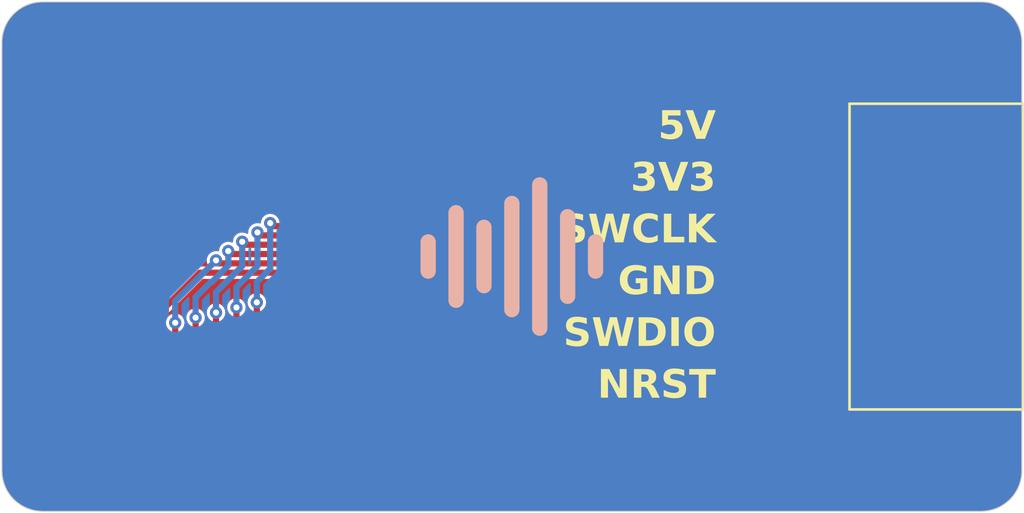
<source format=kicad_pcb>
(kicad_pcb (version 20240108) (generator "pcbnew") (generator_version "8.0")
  (layers (0 "F.Cu" signal) (31 "B.Cu" signal) (34 "B.Paste" user) (35 "F.Paste" user) (36 "B.SilkS" user "B.Silkscreen") (37 "F.SilkS" user "F.Silkscreen") (38 "B.Mask" user) (39 "F.Mask" user) (44 "Edge.Cuts" user))
  (net 0 "")
  (net 1 "NRST")
  (net 2 "5V")
  (net 3 "GND")
  (net 4 "3V3")
  (net 5 "SWDIO")
  (net 6 "SWCLK")
  (footprint "Connector:HFW6R-2STE1LF" (layer "F.Cu") (at 133.5011 114.5036)
    (property "Reference" "U$1" (hide yes))
    (property "Value" "HFW6R-2STE1LF" (hide yes))
    (pad "P$1" smd rect (at -2.5 -3.25) (size 0.6 2) (layers "F.Cu" "F.Paste" "F.Mask") (net 1 "NRST"))
    (pad "P$2" smd rect (at -1.5 -3.25) (size 0.6 2) (layers "F.Cu" "F.Paste" "F.Mask") (net 5 "SWDIO"))
    (pad "P$3" smd rect (at -0.5 -3.25) (size 0.6 2) (layers "F.Cu" "F.Paste" "F.Mask") (net 3 "GND"))
    (pad "P$4" smd rect (at 0.5 -3.25) (size 0.6 2) (layers "F.Cu" "F.Paste" "F.Mask") (net 6 "SWCLK"))
    (pad "P$5" smd rect (at 1.5 -3.25) (size 0.6 2) (layers "F.Cu" "F.Paste" "F.Mask") (net 4 "3V3"))
    (pad "P$6" smd rect (at 2.5 -3.25) (size 0.6 2) (layers "F.Cu" "F.Paste" "F.Mask") (net 2 "5V"))
    (pad "P$7" smd rect (at -3.5 -1.15) (size 0.7 4.2) (layers "F.Cu" "F.Paste" "F.Mask"))
    (pad "P$8" smd rect (at 3.5 -1.15) (size 0.7 4.2) (layers "F.Cu" "F.Paste" "F.Mask"))
  )
  (footprint "Connector:1X06-SMD-FEMALE-V2" (layer "F.Cu") (at 165.5011 105.0036 90)
    (property "Reference" "JP1" (hide yes))
    (property "Value" "M06SMD-FEMALE-V2" (hide yes))
    (fp_line (start 7.5 -0.45) (end -7.5 -0.45) (stroke (width 0.127)) (layer "F.SilkS"))
    (fp_line (start -7.5 -0.45) (end -7.5 8.05) (stroke (width 0.127)) (layer "F.SilkS"))
    (fp_line (start 7.5 8.05) (end 7.5 -0.45) (stroke (width 0.127)) (layer "F.SilkS"))
    (fp_line (start -7.5 8.05) (end 7.5 8.05) (stroke (width 0.127)) (layer "F.SilkS"))
    (pad "1" smd rect (at 6.35 -3.425 270) (size 1.25 3) (layers "F.Cu" "F.Paste" "F.Mask") (net 2 "5V"))
    (pad "2" smd rect (at 3.81 -3.425 270) (size 1.25 3) (layers "F.Cu" "F.Paste" "F.Mask") (net 4 "3V3"))
    (pad "3" smd rect (at 1.27 -3.425 270) (size 1.25 3) (layers "F.Cu" "F.Paste" "F.Mask") (net 6 "SWCLK"))
    (pad "4" smd rect (at -1.27 -3.425 270) (size 1.25 3) (layers "F.Cu" "F.Paste" "F.Mask") (net 3 "GND"))
    (pad "5" smd rect (at -3.81 -3.425 270) (size 1.25 3) (layers "F.Cu" "F.Paste" "F.Mask") (net 5 "SWDIO"))
    (pad "6" smd rect (at -6.35 -3.425 270) (size 1.25 3) (layers "F.Cu" "F.Paste" "F.Mask") (net 1 "NRST"))
  )
  (gr_line (start 145.76555 102.851507) (end 145.76555 107.148506) (stroke (width 0.75)) (layer "B.SilkS"))
  (gr_line (start 147.132778 103.567375) (end 147.132778 106.432043) (stroke (width 0.75)) (layer "B.SilkS"))
  (gr_line (start 148.5 102.395757) (end 148.5 107.604243) (stroke (width 0.75)) (layer "B.SilkS"))
  (gr_line (start 149.867228 101.484366) (end 149.867228 108.515825) (stroke (width 0.75)) (layer "B.SilkS"))
  (gr_line (start 151.234459 103.046816) (end 151.234459 106.953184) (stroke (width 0.75)) (layer "B.SilkS"))
  (gr_line (start 144.398319 104.283557) (end 144.398319 105.715893) (stroke (width 0.75)) (layer "B.SilkS"))
  (gr_line (start 152.601691 104.283557) (end 152.601691 105.715893) (stroke (width 0.75)) (layer "B.SilkS"))
  (gr_arc (start 123.5011 94.5036) (mid 124.086886 93.089386) (end 125.5011 92.5036) (stroke (width 0.05)) (layer "Edge.Cuts"))
  (gr_arc (start 173.5011 115.5036) (mid 172.915314 116.917814) (end 171.5011 117.5036) (stroke (width 0.05)) (layer "Edge.Cuts"))
  (gr_arc (start 171.5011 92.5036) (mid 172.915314 93.089386) (end 173.5011 94.5036) (stroke (width 0.05)) (layer "Edge.Cuts"))
  (gr_line (start 125.5011 117.5036) (end 171.5011 117.5036) (stroke (width 0.05)) (layer "Edge.Cuts"))
  (gr_line (start 171.5011 92.5036) (end 125.5011 92.5036) (stroke (width 0.05)) (layer "Edge.Cuts"))
  (gr_arc (start 125.5011 117.5036) (mid 124.086886 116.917814) (end 123.5011 115.5036) (stroke (width 0.05)) (layer "Edge.Cuts"))
  (gr_line (start 173.5011 115.5036) (end 173.5011 94.5036) (stroke (width 0.05)) (layer "Edge.Cuts"))
  (gr_line (start 123.5011 94.5036) (end 123.5011 115.5036) (stroke (width 0.05)) (layer "Edge.Cuts"))
  (gr_text "NRST" (at 158.5011 111.3536 0) (layer "F.SilkS") (effects (font (size 1.38 1.38) (thickness 0.12)) (justify right)))
  (gr_text "GND" (at 158.5011 106.2736 0) (layer "F.SilkS") (effects (font (size 1.38 1.38) (thickness 0.12)) (justify right)))
  (gr_text "SWCLK" (at 158.5011 103.7336 0) (layer "F.SilkS") (effects (font (size 1.38 1.38) (thickness 0.12)) (justify right)))
  (gr_text "3V3" (at 158.5011 101.1936 0) (layer "F.SilkS") (effects (font (size 1.38 1.38) (thickness 0.12)) (justify right)))
  (gr_text "SWDIO" (at 158.5011 108.8136 0) (layer "F.SilkS") (effects (font (size 1.38 1.38) (thickness 0.12)) (justify right)))
  (gr_text "5V" (at 158.5011 98.6536 0) (layer "F.SilkS") (effects (font (size 1.38 1.38) (thickness 0.12)) (justify right)))
  (segment (start 131.0011 107.9989) (end 131.0011 111.2536) (width 0.3048) (layer "F.Cu") (net 1))
  (segment (start 145.6411 105.7936) (end 133.2064 105.7936) (width 0.3048) (layer "F.Cu") (net 1))
  (segment (start 133.2064 105.7936) (end 131.0011 107.9989) (width 0.3048) (layer "F.Cu") (net 1))
  (segment (start 162.0761 111.3536) (end 151.2011 111.3536) (width 0.3048) (layer "F.Cu") (net 1))
  (segment (start 151.2011 111.3536) (end 145.6411 105.7936) (width 0.3048) (layer "F.Cu") (net 1))
  (segment (start 150.303244 98.6536) (end 145.449243 103.507601) (width 0.3048) (layer "F.Cu") (net 2))
  (segment (start 145.449243 103.507601) (end 136.802126 103.507601) (width 0.3048) (layer "F.Cu") (net 2))
  (segment (start 162.0761 98.6536) (end 150.303244 98.6536) (width 0.3048) (layer "F.Cu") (net 2))
  (segment (start 136.802126 103.507601) (end 136.654526 103.360001) (width 0.3048) (layer "F.Cu") (net 2))
  (segment (start 136 107.25) (end 136 108) (width 0.3048) (layer "F.Cu") (net 2))
  (segment (start 136 108) (end 136.0011 108.0011) (width 0.3048) (layer "F.Cu") (net 2))
  (segment (start 136.0011 108.0011) (end 136.0011 111.2536) (width 0.3048) (layer "F.Cu") (net 2))
  (via (at 136 107.25) (size 0.6) (drill 0.3) (layers "F.Cu" "B.Cu") (net 2))
  (via (at 136.654526 103.360001) (size 0.6) (drill 0.3) (layers "F.Cu" "B.Cu") (net 2))
  (segment (start 136 107.25) (end 136 106.25) (width 0.3048) (layer "B.Cu") (net 2))
  (segment (start 136.654526 105.595474) (end 136.654526 103.360001) (width 0.3048) (layer "B.Cu") (net 2))
  (segment (start 136 106.25) (end 136.654526 105.595474) (width 0.3048) (layer "B.Cu") (net 2))
  (segment (start 146.195331 105.054669) (end 146.019863 104.879201) (width 0.3048) (layer "F.Cu") (net 3))
  (segment (start 135.75 104.879201) (end 134.747425 104.879201) (width 0.3048) (layer "F.Cu") (net 3))
  (segment (start 134.747425 104.879201) (end 134.599825 104.731601) (width 0.3048) (layer "F.Cu") (net 3))
  (segment (start 147.414262 106.2736) (end 146.195331 105.054669) (width 0.3048) (layer "F.Cu") (net 3))
  (segment (start 162.0761 106.2736) (end 147.414262 106.2736) (width 0.3048) (layer "F.Cu") (net 3))
  (segment (start 133.0011 108.5011) (end 133.0011 111.2536) (width 0.3048) (layer "F.Cu") (net 3))
  (segment (start 133 108.5) (end 133.0011 108.5011) (width 0.3048) (layer "F.Cu") (net 3))
  (segment (start 146.019863 104.879201) (end 135.75 104.879201) (width 0.3048) (layer "F.Cu") (net 3))
  (segment (start 133 108) (end 133 108.5) (width 0.3048) (layer "F.Cu") (net 3))
  (via (at 133 108) (size 0.6) (drill 0.3) (layers "F.Cu" "B.Cu") (net 3))
  (via (at 134.599825 104.731601) (size 0.6) (drill 0.3) (layers "F.Cu" "B.Cu") (net 3))
  (segment (start 133.75 106.25) (end 133 107) (width 0.3048) (layer "B.Cu") (net 3))
  (segment (start 133.794117 106.25) (end 133.75 106.25) (width 0.3048) (layer "B.Cu") (net 3))
  (segment (start 133 107) (end 133 108) (width 0.3048) (layer "B.Cu") (net 3))
  (segment (start 134.599825 104.731601) (end 134.6048 104.736576) (width 0.3048) (layer "B.Cu") (net 3))
  (segment (start 134.6048 104.736576) (end 134.6048 105.439317) (width 0.3048) (layer "B.Cu") (net 3))
  (segment (start 134.6048 105.439317) (end 133.794117 106.25) (width 0.3048) (layer "B.Cu") (net 3))
  (segment (start 148.409822 101.1936) (end 145.638621 103.964801) (width 0.3048) (layer "F.Cu") (net 4))
  (segment (start 162.0761 101.1936) (end 148.409822 101.1936) (width 0.3048) (layer "F.Cu") (net 4))
  (segment (start 135.0211 111.2336) (end 135.0011 111.2536) (width 0.3048) (layer "F.Cu") (net 4))
  (segment (start 136.179088 103.964801) (end 136.031488 103.817201) (width 0.3048) (layer "F.Cu") (net 4))
  (segment (start 135 107.5) (end 135.0011 107.5011) (width 0.3048) (layer "F.Cu") (net 4))
  (segment (start 135.0011 107.5011) (end 135.0011 111.2536) (width 0.3048) (layer "F.Cu") (net 4))
  (segment (start 145.638621 103.964801) (end 136.179088 103.964801) (width 0.3048) (layer "F.Cu") (net 4))
  (via (at 136.031488 103.817201) (size 0.6) (drill 0.3) (layers "F.Cu" "B.Cu") (net 4))
  (via (at 135 107.5) (size 0.6) (drill 0.3) (layers "F.Cu" "B.Cu") (net 4))
  (segment (start 135 106.5) (end 135 107.5) (width 0.3048) (layer "B.Cu") (net 4))
  (segment (start 136.031488 105.468512) (end 135 106.5) (width 0.3048) (layer "B.Cu") (net 4))
  (segment (start 136.031488 103.817201) (end 136.031488 105.468512) (width 0.3048) (layer "B.Cu") (net 4))
  (segment (start 138.5 105.336401) (end 134.147601 105.336401) (width 0.3048) (layer "F.Cu") (net 5))
  (segment (start 145.830481 105.336401) (end 138.5 105.336401) (width 0.3048) (layer "F.Cu") (net 5))
  (segment (start 149.307681 108.8136) (end 146.24704 105.75296) (width 0.3048) (layer "F.Cu") (net 5))
  (segment (start 132 111.2525) (end 132.0011 111.2536) (width 0.3048) (layer "F.Cu") (net 5))
  (segment (start 132 108.25) (end 132 111.2525) (width 0.3048) (layer "F.Cu") (net 5))
  (segment (start 162.0761 108.8136) (end 149.307681 108.8136) (width 0.3048) (layer "F.Cu") (net 5))
  (segment (start 134.147601 105.336401) (end 134 105.1888) (width 0.3048) (layer "F.Cu") (net 5))
  (segment (start 146.24704 105.75296) (end 145.830481 105.3364) (width 0.3048) (layer "F.Cu") (net 5))
  (segment (start 146.24704 105.75296) (end 145.830481 105.336401) (width 0.3048) (layer "F.Cu") (net 5))
  (via (at 134 105.1888) (size 0.6) (drill 0.3) (layers "F.Cu" "B.Cu") (net 5))
  (via (at 132 108.25) (size 0.6) (drill 0.3) (layers "F.Cu" "B.Cu") (net 5))
  (segment (start 134 105.1888) (end 132 107.1888) (width 0.3048) (layer "B.Cu") (net 5))
  (segment (start 132 107.1888) (end 132 108.25) (width 0.3048) (layer "B.Cu") (net 5))
  (segment (start 146 104.25) (end 145.827999 104.422001) (width 0.3048) (layer "F.Cu") (net 6))
  (segment (start 150.5 103.7336) (end 146.5164 103.7336) (width 0.3048) (layer "F.Cu") (net 6))
  (segment (start 146.5164 103.7336) (end 146 104.25) (width 0.3048) (layer "F.Cu") (net 6))
  (segment (start 162.0761 103.7336) (end 150.5 103.7336) (width 0.3048) (layer "F.Cu") (net 6))
  (segment (start 135.431434 104.422001) (end 135.283834 104.274401) (width 0.3048) (layer "F.Cu") (net 6))
  (segment (start 145.827999 104.422001) (end 142 104.422001) (width 0.3048) (layer "F.Cu") (net 6))
  (segment (start 134 107.75) (end 134 108.25) (width 0.3048) (layer "F.Cu") (net 6))
  (segment (start 134 108.25) (end 134.0011 108.2511) (width 0.3048) (layer "F.Cu") (net 6))
  (segment (start 142 104.422001) (end 135.431434 104.422001) (width 0.3048) (layer "F.Cu") (net 6))
  (segment (start 134.0011 108.2511) (end 134.0011 111.2536) (width 0.3048) (layer "F.Cu") (net 6))
  (via (at 135.283834 104.274401) (size 0.6) (drill 0.3) (layers "F.Cu" "B.Cu") (net 6))
  (via (at 134 107.75) (size 0.6) (drill 0.3) (layers "F.Cu" "B.Cu") (net 6))
  (segment (start 134.5 106.25) (end 134 106.75) (width 0.3048) (layer "B.Cu") (net 6))
  (segment (start 135.283834 105.466166) (end 134.5 106.25) (width 0.3048) (layer "B.Cu") (net 6))
  (segment (start 134 106.75) (end 134 107.75) (width 0.3048) (layer "B.Cu") (net 6))
  (segment (start 135.283834 104.274401) (end 135.283834 105.466166) (width 0.3048) (layer "B.Cu") (net 6))
  (zone (net 0) (net_name "") (layer "F.Cu") (priority 6) (connect_pads (clearance 0.000001)) (min_thickness 0.0889) (fill yes (thermal_gap 0.2278) (thermal_bridge_width 0.2278))
    (polygon (pts (xy 171.798414 92.435737) (xy 172.089675 92.499097) (xy 172.368955 92.603263) (xy 172.630568 92.746115) (xy 172.869187 92.924743) (xy 173.079957 93.135513) (xy 173.258585 93.374132) (xy 173.401437 93.635745) (xy 173.505603 93.915025) (xy 173.568963 94.206286) (xy 173.59 94.500425) (xy 173.59 115.506775) (xy 173.568963 115.800914) (xy 173.505603 116.092175) (xy 173.401437 116.371455) (xy 173.258585 116.633068) (xy 173.079957 116.871687) (xy 172.869187 117.082457) (xy 172.630568 117.261085) (xy 172.368955 117.403937) (xy 172.089675 117.508103) (xy 171.798414 117.571463) (xy 171.504275 117.5925) (xy 125.497925 117.5925) (xy 125.203786 117.571463) (xy 124.912525 117.508103) (xy 124.633245 117.403937) (xy 124.371632 117.261085) (xy 124.133013 117.082457) (xy 123.922243 116.871687) (xy 123.743615 116.633068) (xy 123.600763 116.371455) (xy 123.496597 116.092175) (xy 123.433237 115.800914) (xy 123.4122 115.506775) (xy 123.4122 94.500425) (xy 123.433237 94.206286) (xy 123.496597 93.915025) (xy 123.600763 93.635745) (xy 123.743615 93.374132) (xy 123.922243 93.135513) (xy 124.133013 92.924743) (xy 124.371632 92.746115) (xy 124.633245 92.603263) (xy 124.912525 92.499097) (xy 125.203786 92.435737) (xy 125.497925 92.4147) (xy 171.504275 92.4147)))
  )
  (zone (net 0) (net_name "") (layer "B.Cu") (priority 6) (connect_pads (clearance 0.000001)) (min_thickness 0.0889) (fill yes (thermal_gap 0.2278) (thermal_bridge_width 0.2278))
    (polygon (pts (xy 171.798414 92.435737) (xy 172.089675 92.499097) (xy 172.368955 92.603263) (xy 172.630568 92.746115) (xy 172.869187 92.924743) (xy 173.079957 93.135513) (xy 173.258585 93.374132) (xy 173.401437 93.635745) (xy 173.505603 93.915025) (xy 173.568963 94.206286) (xy 173.59 94.500425) (xy 173.59 115.506775) (xy 173.568963 115.800914) (xy 173.505603 116.092175) (xy 173.401437 116.371455) (xy 173.258585 116.633068) (xy 173.079957 116.871687) (xy 172.869187 117.082457) (xy 172.630568 117.261085) (xy 172.368955 117.403937) (xy 172.089675 117.508103) (xy 171.798414 117.571463) (xy 171.504275 117.5925) (xy 125.497925 117.5925) (xy 125.203786 117.571463) (xy 124.912525 117.508103) (xy 124.633245 117.403937) (xy 124.371632 117.261085) (xy 124.133013 117.082457) (xy 123.922243 116.871687) (xy 123.743615 116.633068) (xy 123.600763 116.371455) (xy 123.496597 116.092175) (xy 123.433237 115.800914) (xy 123.4122 115.506775) (xy 123.4122 94.500425) (xy 123.433237 94.206286) (xy 123.496597 93.915025) (xy 123.600763 93.635745) (xy 123.743615 93.374132) (xy 123.922243 93.135513) (xy 124.133013 92.924743) (xy 124.371632 92.746115) (xy 124.633245 92.603263) (xy 124.912525 92.499097) (xy 125.203786 92.435737) (xy 125.497925 92.4147) (xy 171.504275 92.4147)))
  )
)
</source>
